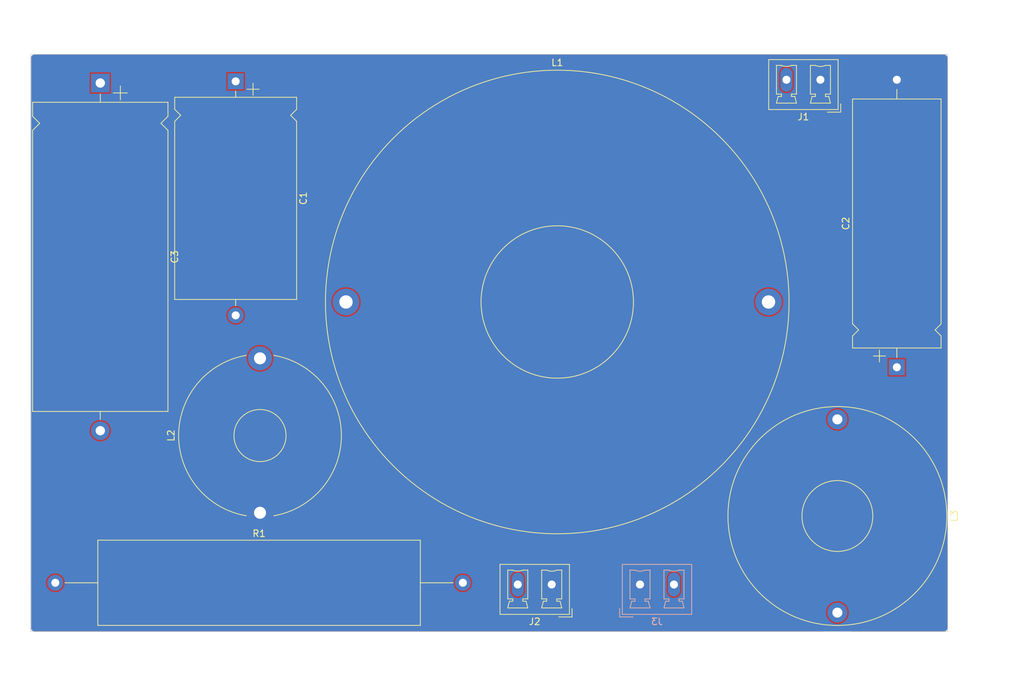
<source format=kicad_pcb>
(kicad_pcb (version 20240108) (generator "pcbnew") (generator_version "8.0")
  (layers (0 "F.Cu" signal) (31 "B.Cu" signal) (34 "B.Paste" user) (35 "F.Paste" user) (36 "B.SilkS" user "B.Silkscreen") (37 "F.SilkS" user "F.Silkscreen") (38 "B.Mask" user) (39 "F.Mask" user) (44 "Edge.Cuts" user))
  (net 0 "")
  (net 1 "Net-(C1-Pad2)")
  (net 2 "Net-(C2-Pad1)")
  (net 3 "Net-(C3-Pad2)")
  (net 4 "GND")
  (net 5 "Net-(J1-Pin_2)")
  (net 6 "Net-(J2-Pin_2)")
  (net 7 "Net-(J3-Pin_2)")
  (footprint "Capacitor_THT:CP_Axial_L30.0mm_D18.0mm_P35.00mm_Horizontal" (layer "F.Cu") (at 68.75 80.25 -90)
    (property "Reference" "C1" (at 17.5 -10.12 90) (layer "F.SilkS"))
    (property "Value" "3.9uF")
    (fp_line (start 2.38 9.12) (end 4.18 9.12) (stroke (width 0.12)) (layer "F.SilkS"))
    (fp_line (start 4.18 9.12) (end 5.08 8.22) (stroke (width 0.12)) (layer "F.SilkS"))
    (fp_line (start 5.98 9.12) (end 32.62 9.12) (stroke (width 0.12)) (layer "F.SilkS"))
    (fp_line (start 5.08 8.22) (end 5.98 9.12) (stroke (width 0.12)) (layer "F.SilkS"))
    (fp_line (start 1.44 0) (end 2.38 0) (stroke (width 0.12)) (layer "F.SilkS"))
    (fp_line (start 33.56 0) (end 32.62 0) (stroke (width 0.12)) (layer "F.SilkS"))
    (fp_line (start 0.28 -2.6) (end 2.08 -2.6) (stroke (width 0.12)) (layer "F.SilkS"))
    (fp_line (start 1.18 -3.5) (end 1.18 -1.7) (stroke (width 0.12)) (layer "F.SilkS"))
    (fp_line (start 5.08 -8.22) (end 5.98 -9.12) (stroke (width 0.12)) (layer "F.SilkS"))
    (fp_line (start 2.38 -9.12) (end 2.38 9.12) (stroke (width 0.12)) (layer "F.SilkS"))
    (fp_line (start 2.38 -9.12) (end 4.18 -9.12) (stroke (width 0.12)) (layer "F.SilkS"))
    (fp_line (start 4.18 -9.12) (end 5.08 -8.22) (stroke (width 0.12)) (layer "F.SilkS"))
    (fp_line (start 5.98 -9.12) (end 32.62 -9.12) (stroke (width 0.12)) (layer "F.SilkS"))
    (fp_line (start 32.62 -9.12) (end 32.62 9.12) (stroke (width 0.12)) (layer "F.SilkS"))
    (pad "1" thru_hole rect (at 0 0 270) (size 2.4 2.4) (drill 1.2) (layers "*.Cu" "*.Mask") (net 5 "Net-(J1-Pin_2)"))
    (pad "2" thru_hole oval (at 35 0 270) (size 2.4 2.4) (drill 1.2) (layers "*.Cu" "*.Mask") (net 1 "Net-(C1-Pad2)"))
  )
  (footprint "Capacitor_THT:CP_Axial_L37.0mm_D13.0mm_P43.00mm_Horizontal" (layer "F.Cu") (at 167.64 123.01 90)
    (property "Reference" "C2" (at 21.5 -7.62 90) (layer "F.SilkS"))
    (property "Value" "5.6uF")
    (fp_line (start 40.12 -6.62) (end 40.12 6.62) (stroke (width 0.12)) (layer "F.SilkS"))
    (fp_line (start 6.48 -6.62) (end 40.12 -6.62) (stroke (width 0.12)) (layer "F.SilkS"))
    (fp_line (start 4.68 -6.62) (end 5.58 -5.72) (stroke (width 0.12)) (layer "F.SilkS"))
    (fp_line (start 2.88 -6.62) (end 4.68 -6.62) (stroke (width 0.12)) (layer "F.SilkS"))
    (fp_line (start 2.88 -6.62) (end 2.88 6.62) (stroke (width 0.12)) (layer "F.SilkS"))
    (fp_line (start 5.58 -5.72) (end 6.48 -6.62) (stroke (width 0.12)) (layer "F.SilkS"))
    (fp_line (start 1.68 -3.5) (end 1.68 -1.7) (stroke (width 0.12)) (layer "F.SilkS"))
    (fp_line (start 0.78 -2.6) (end 2.58 -2.6) (stroke (width 0.12)) (layer "F.SilkS"))
    (fp_line (start 41.56 0) (end 40.12 0) (stroke (width 0.12)) (layer "F.SilkS"))
    (fp_line (start 1.44 0) (end 2.88 0) (stroke (width 0.12)) (layer "F.SilkS"))
    (fp_line (start 5.58 5.72) (end 6.48 6.62) (stroke (width 0.12)) (layer "F.SilkS"))
    (fp_line (start 6.48 6.62) (end 40.12 6.62) (stroke (width 0.12)) (layer "F.SilkS"))
    (fp_line (start 4.68 6.62) (end 5.58 5.72) (stroke (width 0.12)) (layer "F.SilkS"))
    (fp_line (start 2.88 6.62) (end 4.68 6.62) (stroke (width 0.12)) (layer "F.SilkS"))
    (pad "1" thru_hole rect (at 0 0 90) (size 2.4 2.4) (drill 1.2) (layers "*.Cu" "*.Mask") (net 2 "Net-(C2-Pad1)"))
    (pad "2" thru_hole oval (at 43 0 90) (size 2.4 2.4) (drill 1.2) (layers "*.Cu" "*.Mask") (net 4 "GND"))
  )
  (footprint "Capacitor_THT:CP_Axial_L46.0mm_D20.0mm_P52.00mm_Horizontal" (layer "F.Cu") (at 48.5 80.5 -90)
    (property "Reference" "C3" (at 26 -11.12 90) (layer "F.SilkS"))
    (property "Value" "10uF")
    (fp_line (start 2.88 10.12) (end 4.98 10.12) (stroke (width 0.12)) (layer "F.SilkS"))
    (fp_line (start 4.98 10.12) (end 6.03 9.07) (stroke (width 0.12)) (layer "F.SilkS"))
    (fp_line (start 7.08 10.12) (end 49.12 10.12) (stroke (width 0.12)) (layer "F.SilkS"))
    (fp_line (start 6.03 9.07) (end 7.08 10.12) (stroke (width 0.12)) (layer "F.SilkS"))
    (fp_line (start 1.64 0) (end 2.88 0) (stroke (width 0.12)) (layer "F.SilkS"))
    (fp_line (start 50.36 0) (end 49.12 0) (stroke (width 0.12)) (layer "F.SilkS"))
    (fp_line (start 0.43 -3) (end 2.53 -3) (stroke (width 0.12)) (layer "F.SilkS"))
    (fp_line (start 1.48 -4.05) (end 1.48 -1.95) (stroke (width 0.12)) (layer "F.SilkS"))
    (fp_line (start 6.03 -9.07) (end 7.08 -10.12) (stroke (width 0.12)) (layer "F.SilkS"))
    (fp_line (start 2.88 -10.12) (end 2.88 10.12) (stroke (width 0.12)) (layer "F.SilkS"))
    (fp_line (start 2.88 -10.12) (end 4.98 -10.12) (stroke (width 0.12)) (layer "F.SilkS"))
    (fp_line (start 4.98 -10.12) (end 6.03 -9.07) (stroke (width 0.12)) (layer "F.SilkS"))
    (fp_line (start 7.08 -10.12) (end 49.12 -10.12) (stroke (width 0.12)) (layer "F.SilkS"))
    (fp_line (start 49.12 -10.12) (end 49.12 10.12) (stroke (width 0.12)) (layer "F.SilkS"))
    (pad "1" thru_hole rect (at 0 0 270) (size 2.8 2.8) (drill 1.4) (layers "*.Cu" "*.Mask") (net 1 "Net-(C1-Pad2)"))
    (pad "2" thru_hole oval (at 52 0 270) (size 2.8 2.8) (drill 1.4) (layers "*.Cu" "*.Mask") (net 3 "Net-(C3-Pad2)"))
  )
  (footprint "Inductor_THT:L_Toroid_Horizontal_D69.1mm_P63.20mm_Vishay_TJ9" (layer "F.Cu") (at 85.25 113.25)
    (property "Reference" "L1" (at 31.6 -35.8 0) (layer "F.SilkS"))
    (property "Value" "2.2mH")
    (fp_circle (center 31.6 0) (end 42.996667 0) (stroke (width 0.12)) (fill none) (layer "F.SilkS"))
    (fp_circle (center 31.6 0) (end 66.27 0) (stroke (width 0.12)) (fill none) (layer "F.SilkS"))
    (pad "1" thru_hole circle (at 0 0) (size 4 4) (drill 2) (layers "*.Cu" "*.Mask") (net 5 "Net-(J1-Pin_2)"))
    (pad "2" thru_hole circle (at 63.2 0) (size 4 4) (drill 2) (layers "*.Cu" "*.Mask") (net 2 "Net-(C2-Pad1)"))
  )
  (footprint "Inductor_THT:L_Toroid_Horizontal_D24.1mm_P23.10mm_Bourns_2200" (layer "F.Cu") (at 72.39 144.78 90)
    (property "Reference" "L2" (at 11.55 -13.3 -90) (layer "F.SilkS"))
    (property "Value" "0.33mH")
    (fp_arc (start -0.444386 -2.06) (mid 11.55 -12.17) (end 23.544386 -2.06) (stroke (width 0.12)) (layer "F.SilkS"))
    (fp_arc (start 23.544386 2.06) (mid 11.55 12.17) (end -0.444386 2.06) (stroke (width 0.12)) (layer "F.SilkS"))
    (fp_circle (center 11.55 0) (end 15.446667 0) (stroke (width 0.12)) (fill none) (layer "F.SilkS"))
    (pad "1" thru_hole circle (at 0 0 90) (size 3.6 3.6) (drill 1.8) (layers "*.Cu" "*.Mask") (net 4 "GND"))
    (pad "2" thru_hole circle (at 23.1 0 90) (size 3.6 3.6) (drill 1.8) (layers "*.Cu" "*.Mask") (net 1 "Net-(C1-Pad2)"))
  )
  (footprint "Connector_Phoenix_MC_HighVoltage:PhoenixContact_MCV_1,5_2-G-5.08_1x02_P5.08mm_Vertical" (layer "F.Cu") (at 156.21 80.01 180)
    (property "Reference" "J1" (at 2.54 -5.55 180) (layer "F.SilkS"))
    (property "Value" "Input")
    (fp_line (start 7.73 3.01) (end 7.73 -4.46) (stroke (width 0.12)) (layer "F.SilkS"))
    (fp_line (start 7.73 -4.46) (end -2.65 -4.46) (stroke (width 0.12)) (layer "F.SilkS"))
    (fp_line (start 6.58 2.15) (end 5.83 2.15) (stroke (width 0.12)) (layer "F.SilkS"))
    (fp_line (start 6.58 -2.15) (end 6.58 2.15) (stroke (width 0.12)) (layer "F.SilkS"))
    (fp_line (start 6.58 -3.5) (end 6.33 -2.5) (stroke (width 0.12)) (layer "F.SilkS"))
    (fp_line (start 6.33 -2.5) (end 5.83 -2.5) (stroke (width 0.12)) (layer "F.SilkS"))
    (fp_line (start 5.83 -2.15) (end 6.58 -2.15) (stroke (width 0.12)) (layer "F.SilkS"))
    (fp_line (start 5.83 -2.5) (end 5.83 -2.15) (stroke (width 0.12)) (layer "F.SilkS"))
    (fp_line (start 4.33 2.15) (end 3.58 2.15) (stroke (width 0.12)) (layer "F.SilkS"))
    (fp_line (start 4.33 -2.15) (end 4.33 -2.5) (stroke (width 0.12)) (layer "F.SilkS"))
    (fp_line (start 4.33 -2.5) (end 3.83 -2.5) (stroke (width 0.12)) (layer "F.SilkS"))
    (fp_line (start 3.83 -2.5) (end 3.58 -3.5) (stroke (width 0.12)) (layer "F.SilkS"))
    (fp_line (start 3.58 2.15) (end 3.58 -2.15) (stroke (width 0.12)) (layer "F.SilkS"))
    (fp_line (start 3.58 -2.15) (end 4.33 -2.15) (stroke (width 0.12)) (layer "F.SilkS"))
    (fp_line (start 3.58 -3.5) (end 6.58 -3.5) (stroke (width 0.12)) (layer "F.SilkS"))
    (fp_line (start 1.5 2.15) (end 0.75 2.15) (stroke (width 0.12)) (layer "F.SilkS"))
    (fp_line (start 1.5 -2.15) (end 1.5 2.15) (stroke (width 0.12)) (layer "F.SilkS"))
    (fp_line (start 1.5 -3.5) (end 1.25 -2.5) (stroke (width 0.12)) (layer "F.SilkS"))
    (fp_line (start 1.25 -2.5) (end 0.75 -2.5) (stroke (width 0.12)) (layer "F.SilkS"))
    (fp_line (start 0.75 -2.15) (end 1.5 -2.15) (stroke (width 0.12)) (layer "F.SilkS"))
    (fp_line (start 0.75 -2.5) (end 0.75 -2.15) (stroke (width 0.12)) (layer "F.SilkS"))
    (fp_line (start -0.75 2.15) (end -1.5 2.15) (stroke (width 0.12)) (layer "F.SilkS"))
    (fp_line (start -0.75 -2.15) (end -0.75 -2.5) (stroke (width 0.12)) (layer "F.SilkS"))
    (fp_line (start -0.75 -2.5) (end -1.25 -2.5) (stroke (width 0.12)) (layer "F.SilkS"))
    (fp_line (start -1.25 -2.5) (end -1.5 -3.5) (stroke (width 0.12)) (layer "F.SilkS"))
    (fp_line (start -1.5 2.15) (end -1.5 -2.15) (stroke (width 0.12)) (layer "F.SilkS"))
    (fp_line (start -1.5 -2.15) (end -0.75 -2.15) (stroke (width 0.12)) (layer "F.SilkS"))
    (fp_line (start -1.5 -3.5) (end 1.5 -3.5) (stroke (width 0.12)) (layer "F.SilkS"))
    (fp_line (start -2.65 3.01) (end 7.73 3.01) (stroke (width 0.12)) (layer "F.SilkS"))
    (fp_line (start -2.65 -4.46) (end -2.65 3.01) (stroke (width 0.12)) (layer "F.SilkS"))
    (fp_line (start -3.04 -3.6) (end -3.04 -4.85) (stroke (width 0.12)) (layer "F.SilkS"))
    (fp_line (start -3.04 -4.85) (end -1.04 -4.85) (stroke (width 0.12)) (layer "F.SilkS"))
    (fp_arc (start 4.33 2.15) (mid 5.079807 1.99191) (end 5.829647 2.149844) (stroke (width 0.12)) (layer "F.SilkS"))
    (fp_arc (start -0.75 2.15) (mid -0.000193 1.99191) (end 0.749647 2.149844) (stroke (width 0.12)) (layer "F.SilkS"))
    (pad "1" thru_hole roundrect (at 0 0 180) (size 1.8 3.6) (drill 1.2) (layers "*.Cu" "*.Mask") (roundrect_rratio 0.138889) (net 4 "GND"))
    (pad "2" thru_hole oval (at 5.08 0 180) (size 1.8 3.6) (drill 1.2) (layers "*.Cu" "*.Mask") (net 5 "Net-(J1-Pin_2)"))
  )
  (footprint "Connector_Phoenix_MC_HighVoltage:PhoenixContact_MCV_1,5_2-G-5.08_1x02_P5.08mm_Vertical" (layer "F.Cu") (at 116.0225 155.5075 180)
    (property "Reference" "J2" (at 2.54 -5.55 180) (layer "F.SilkS"))
    (property "Value" "Tweeter")
    (fp_line (start 7.73 3.01) (end 7.73 -4.46) (stroke (width 0.12)) (layer "F.SilkS"))
    (fp_line (start 7.73 -4.46) (end -2.65 -4.46) (stroke (width 0.12)) (layer "F.SilkS"))
    (fp_line (start 6.58 2.15) (end 5.83 2.15) (stroke (width 0.12)) (layer "F.SilkS"))
    (fp_line (start 6.58 -2.15) (end 6.58 2.15) (stroke (width 0.12)) (layer "F.SilkS"))
    (fp_line (start 6.58 -3.5) (end 6.33 -2.5) (stroke (width 0.12)) (layer "F.SilkS"))
    (fp_line (start 6.33 -2.5) (end 5.83 -2.5) (stroke (width 0.12)) (layer "F.SilkS"))
    (fp_line (start 5.83 -2.15) (end 6.58 -2.15) (stroke (width 0.12)) (layer "F.SilkS"))
    (fp_line (start 5.83 -2.5) (end 5.83 -2.15) (stroke (width 0.12)) (layer "F.SilkS"))
    (fp_line (start 4.33 2.15) (end 3.58 2.15) (stroke (width 0.12)) (layer "F.SilkS"))
    (fp_line (start 4.33 -2.15) (end 4.33 -2.5) (stroke (width 0.12)) (layer "F.SilkS"))
    (fp_line (start 4.33 -2.5) (end 3.83 -2.5) (stroke (width 0.12)) (layer "F.SilkS"))
    (fp_line (start 3.83 -2.5) (end 3.58 -3.5) (stroke (width 0.12)) (layer "F.SilkS"))
    (fp_line (start 3.58 2.15) (end 3.58 -2.15) (stroke (width 0.12)) (layer "F.SilkS"))
    (fp_line (start 3.58 -2.15) (end 4.33 -2.15) (stroke (width 0.12)) (layer "F.SilkS"))
    (fp_line (start 3.58 -3.5) (end 6.58 -3.5) (stroke (width 0.12)) (layer "F.SilkS"))
    (fp_line (start 1.5 2.15) (end 0.75 2.15) (stroke (width 0.12)) (layer "F.SilkS"))
    (fp_line (start 1.5 -2.15) (end 1.5 2.15) (stroke (width 0.12)) (layer "F.SilkS"))
    (fp_line (start 1.5 -3.5) (end 1.25 -2.5) (stroke (width 0.12)) (layer "F.SilkS"))
    (fp_line (start 1.25 -2.5) (end 0.75 -2.5) (stroke (width 0.12)) (layer "F.SilkS"))
    (fp_line (start 0.75 -2.15) (end 1.5 -2.15) (stroke (width 0.12)) (layer "F.SilkS"))
    (fp_line (start 0.75 -2.5) (end 0.75 -2.15) (stroke (width 0.12)) (layer "F.SilkS"))
    (fp_line (start -0.75 2.15) (end -1.5 2.15) (stroke (width 0.12)) (layer "F.SilkS"))
    (fp_line (start -0.75 -2.15) (end -0.75 -2.5) (stroke (width 0.12)) (layer "F.SilkS"))
    (fp_line (start -0.75 -2.5) (end -1.25 -2.5) (stroke (width 0.12)) (layer "F.SilkS"))
    (fp_line (start -1.25 -2.5) (end -1.5 -3.5) (stroke (width 0.12)) (layer "F.SilkS"))
    (fp_line (start -1.5 2.15) (end -1.5 -2.15) (stroke (width 0.12)) (layer "F.SilkS"))
    (fp_line (start -1.5 -2.15) (end -0.75 -2.15) (stroke (width 0.12)) (layer "F.SilkS"))
    (fp_line (start -1.5 -3.5) (end 1.5 -3.5) (stroke (width 0.12)) (layer "F.SilkS"))
    (fp_line (start -2.65 3.01) (end 7.73 3.01) (stroke (width 0.12)) (layer "F.SilkS"))
    (fp_line (start -2.65 -4.46) (end -2.65 3.01) (stroke (width 0.12)) (layer "F.SilkS"))
    (fp_line (start -3.04 -3.6) (end -3.04 -4.85) (stroke (width 0.12)) (layer "F.SilkS"))
    (fp_line (start -3.04 -4.85) (end -1.04 -4.85) (stroke (width 0.12)) (layer "F.SilkS"))
    (fp_arc (start 4.33 2.15) (mid 5.079807 1.99191) (end 5.829647 2.149844) (stroke (width 0.12)) (layer "F.SilkS"))
    (fp_arc (start -0.75 2.15) (mid -0.000193 1.99191) (end 0.749647 2.149844) (stroke (width 0.12)) (layer "F.SilkS"))
    (pad "1" thru_hole roundrect (at 0 0 180) (size 1.8 3.6) (drill 1.2) (layers "*.Cu" "*.Mask") (roundrect_rratio 0.138889) (net 4 "GND"))
    (pad "2" thru_hole oval (at 5.08 0 180) (size 1.8 3.6) (drill 1.2) (layers "*.Cu" "*.Mask") (net 6 "Net-(J2-Pin_2)"))
  )
  (footprint "Inductor_THT:L_Toroid_Horizontal_D32.5mm_P28.90mm_Bourns_2300" (layer "F.Cu") (at 158.75 130.81 -90)
    (property "Reference" "L3" (at 14.45 -17.5 90) (layer "F.SilkS"))
    (property "Value" "0.22mH")
    (fp_circle (center 14.45 0) (end 19.746667 0) (stroke (width 0.12)) (fill none) (layer "F.SilkS"))
    (fp_circle (center 14.45 0) (end 30.82 0) (stroke (width 0.12)) (fill none) (layer "F.SilkS"))
    (pad "1" thru_hole circle (at 0 0 270) (size 3 3) (drill 1.5) (layers "*.Cu" "*.Mask") (net 2 "Net-(C2-Pad1)"))
    (pad "2" thru_hole circle (at 28.9 0 270) (size 3 3) (drill 1.5) (layers "*.Cu" "*.Mask") (net 7 "Net-(J3-Pin_2)"))
  )
  (footprint "Resistor_THT:R_Axial_Power_L48.0mm_W12.5mm_P60.96mm" (layer "F.Cu") (at 41.77 155.25)
    (property "Reference" "R1" (at 30.48 -7.37 0) (layer "F.SilkS"))
    (property "Value" "R")
    (fp_line (start 1.44 0) (end 6.36 0) (stroke (width 0.12)) (layer "F.SilkS"))
    (fp_line (start 6.36 -6.37) (end 6.36 6.37) (stroke (width 0.12)) (layer "F.SilkS"))
    (fp_line (start 6.36 6.37) (end 54.6 6.37) (stroke (width 0.12)) (layer "F.SilkS"))
    (fp_line (start 54.6 -6.37) (end 6.36 -6.37) (stroke (width 0.12)) (layer "F.SilkS"))
    (fp_line (start 54.6 6.37) (end 54.6 -6.37) (stroke (width 0.12)) (layer "F.SilkS"))
    (fp_line (start 59.52 0) (end 54.6 0) (stroke (width 0.12)) (layer "F.SilkS"))
    (pad "1" thru_hole circle (at 0 0) (size 2.4 2.4) (drill 1.2) (layers "*.Cu" "*.Mask") (net 3 "Net-(C3-Pad2)"))
    (pad "2" thru_hole oval (at 60.96 0) (size 2.4 2.4) (drill 1.2) (layers "*.Cu" "*.Mask") (net 6 "Net-(J2-Pin_2)"))
  )
  (footprint "Connector_Phoenix_MC_HighVoltage:PhoenixContact_MCV_1,5_2-G-5.08_1x02_P5.08mm_Vertical" (layer "B.Cu") (at 129.2275 155.5075)
    (property "Reference" "J3" (at 2.54 5.55 0) (layer "B.SilkS") (effects (justify mirror)))
    (property "Value" "Woofer")
    (fp_line (start -3.04 4.85) (end -3.04 3.6) (stroke (width 0.12)) (layer "B.SilkS"))
    (fp_line (start -2.65 -3.01) (end -2.65 4.46) (stroke (width 0.12)) (layer "B.SilkS"))
    (fp_line (start -2.65 4.46) (end 7.73 4.46) (stroke (width 0.12)) (layer "B.SilkS"))
    (fp_line (start -1.5 -2.15) (end -0.75 -2.15) (stroke (width 0.12)) (layer "B.SilkS"))
    (fp_line (start -1.5 2.15) (end -1.5 -2.15) (stroke (width 0.12)) (layer "B.SilkS"))
    (fp_line (start -1.5 3.5) (end -1.25 2.5) (stroke (width 0.12)) (layer "B.SilkS"))
    (fp_line (start -1.25 2.5) (end -0.75 2.5) (stroke (width 0.12)) (layer "B.SilkS"))
    (fp_line (start -1.04 4.85) (end -3.04 4.85) (stroke (width 0.12)) (layer "B.SilkS"))
    (fp_line (start -0.75 2.15) (end -1.5 2.15) (stroke (width 0.12)) (layer "B.SilkS"))
    (fp_line (start -0.75 2.5) (end -0.75 2.15) (stroke (width 0.12)) (layer "B.SilkS"))
    (fp_line (start 0.75 -2.15) (end 1.5 -2.15) (stroke (width 0.12)) (layer "B.SilkS"))
    (fp_line (start 0.75 2.15) (end 0.75 2.5) (stroke (width 0.12)) (layer "B.SilkS"))
    (fp_line (start 0.75 2.5) (end 1.25 2.5) (stroke (width 0.12)) (layer "B.SilkS"))
    (fp_line (start 1.25 2.5) (end 1.5 3.5) (stroke (width 0.12)) (layer "B.SilkS"))
    (fp_line (start 1.5 -2.15) (end 1.5 2.15) (stroke (width 0.12)) (layer "B.SilkS"))
    (fp_line (start 1.5 2.15) (end 0.75 2.15) (stroke (width 0.12)) (layer "B.SilkS"))
    (fp_line (start 1.5 3.5) (end -1.5 3.5) (stroke (width 0.12)) (layer "B.SilkS"))
    (fp_line (start 3.58 -2.15) (end 4.33 -2.15) (stroke (width 0.12)) (layer "B.SilkS"))
    (fp_line (start 3.58 2.15) (end 3.58 -2.15) (stroke (width 0.12)) (layer "B.SilkS"))
    (fp_line (start 3.58 3.5) (end 3.83 2.5) (stroke (width 0.12)) (layer "B.SilkS"))
    (fp_line (start 3.83 2.5) (end 4.33 2.5) (stroke (width 0.12)) (layer "B.SilkS"))
    (fp_line (start 4.33 2.15) (end 3.58 2.15) (stroke (width 0.12)) (layer "B.SilkS"))
    (fp_line (start 4.33 2.5) (end 4.33 2.15) (stroke (width 0.12)) (layer "B.SilkS"))
    (fp_line (start 5.83 -2.15) (end 6.58 -2.15) (stroke (width 0.12)) (layer "B.SilkS"))
    (fp_line (start 5.83 2.15) (end 5.83 2.5) (stroke (width 0.12)) (layer "B.SilkS"))
    (fp_line (start 5.83 2.5) (end 6.33 2.5) (stroke (width 0.12)) (layer "B.SilkS"))
    (fp_line (start 6.33 2.5) (end 6.58 3.5) (stroke (width 0.12)) (layer "B.SilkS"))
    (fp_line (start 6.58 -2.15) (end 6.58 2.15) (stroke (width 0.12)) (layer "B.SilkS"))
    (fp_line (start 6.58 2.15) (end 5.83 2.15) (stroke (width 0.12)) (layer "B.SilkS"))
    (fp_line (start 6.58 3.5) (end 3.58 3.5) (stroke (width 0.12)) (layer "B.SilkS"))
    (fp_line (start 7.73 -3.01) (end -2.65 -3.01) (stroke (width 0.12)) (layer "B.SilkS"))
    (fp_line (start 7.73 4.46) (end 7.73 -3.01) (stroke (width 0.12)) (layer "B.SilkS"))
    (fp_arc (start 0.749647 -2.149844) (mid -0.000193 -1.991909) (end -0.75 -2.15) (stroke (width 0.12)) (layer "B.SilkS"))
    (fp_arc (start 5.829647 -2.149844) (mid 5.079807 -1.991909) (end 4.33 -2.15) (stroke (width 0.12)) (layer "B.SilkS"))
    (pad "1" thru_hole roundrect (at 0 0) (size 1.8 3.6) (drill 1.2) (layers "*.Cu" "*.Mask") (roundrect_rratio 0.138889) (net 4 "GND"))
    (pad "2" thru_hole oval (at 5.08 0) (size 1.8 3.6) (drill 1.2) (layers "*.Cu" "*.Mask") (net 7 "Net-(J3-Pin_2)"))
  )
  (gr_line (start 38.1 76.2) (end 175.26 76.2) (stroke (width 0.1)) (layer "Edge.Cuts"))
  (gr_line (start 38.1 162.56) (end 38.1 76.2) (stroke (width 0.1)) (layer "Edge.Cuts"))
  (gr_line (start 175.26 162.56) (end 38.1 162.56) (stroke (width 0.1)) (layer "Edge.Cuts"))
  (gr_line (start 175.26 76.2) (end 175.26 162.56) (stroke (width 0.1)) (layer "Edge.Cuts"))
  (segment (start 48.5 80.5) (end 48.5 95) (width 5) (layer "F.Cu") (net 1))
  (segment (start 72.39 118.89) (end 68.75 115.25) (width 5) (layer "F.Cu") (net 1))
  (segment (start 72.39 121.68) (end 72.39 118.89) (width 5) (layer "F.Cu") (net 1))
  (segment (start 48.5 95) (end 68.75 115.25) (width 5) (layer "F.Cu") (net 1))
  (segment (start 148.45 120.51) (end 158.75 130.81) (width 5) (layer "F.Cu") (net 2))
  (segment (start 167.64 123.01) (end 166.55 123.01) (width 5) (layer "F.Cu") (net 2))
  (segment (start 148.45 113.25) (end 148.45 120.51) (width 5) (layer "F.Cu") (net 2))
  (segment (start 166.55 123.01) (end 158.75 130.81) (width 5) (layer "F.Cu") (net 2))
  (segment (start 158.75 130.81) (end 158.75 141.75) (width 5) (layer "F.Cu") (net 2))
  (segment (start 48.5 132.5) (end 48.5 148.52) (width 5) (layer "F.Cu") (net 3))
  (segment (start 48.5 148.52) (end 41.77 155.25) (width 5) (layer "F.Cu") (net 3))
  (segment (start 85.25 113.25) (end 117.89 113.25) (width 5) (layer "F.Cu") (net 5))
  (segment (start 117.89 113.25) (end 151.13 80.01) (width 5) (layer "F.Cu") (net 5))
  (segment (start 68.75 96.75) (end 85.25 113.25) (width 5) (layer "F.Cu") (net 5))
  (segment (start 68.75 80.25) (end 68.75 96.75) (width 5) (layer "F.Cu") (net 5))
  (segment (start 102.9875 155.5075) (end 102.73 155.25) (width 5) (layer "F.Cu") (net 6))
  (segment (start 110.9425 155.5075) (end 102.9875 155.5075) (width 5) (layer "F.Cu") (net 6))
  (segment (start 134.3075 155.5075) (end 154.5475 155.5075) (width 5) (layer "F.Cu") (net 7))
  (segment (start 154.5475 155.5075) (end 158.75 159.71) (width 5) (layer "F.Cu") (net 7))
  (zone (net 4) (net_name "GND") (layers "F&B.Cu") (name "GND") (priority 1) (connect_pads yes (clearance 0.1)) (min_thickness 1) (fill yes (thermal_gap 0.1) (thermal_bridge_width 1) (island_removal_mode 1) (island_area_min 10))
    (polygon (pts (xy 34 73) (xy 177.8 73.66) (xy 177.8 167.64) (xy 33.5 171)))
  )
)
</source>
